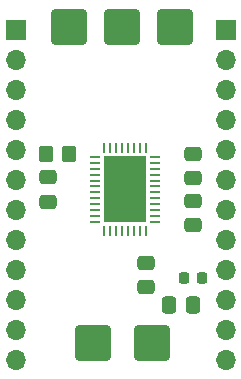
<source format=gbr>
%TF.GenerationSoftware,KiCad,Pcbnew,8.0.7*%
%TF.CreationDate,2025-02-16T22:30:25-06:00*%
%TF.ProjectId,MotorDriver,4d6f746f-7244-4726-9976-65722e6b6963,rev?*%
%TF.SameCoordinates,Original*%
%TF.FileFunction,Soldermask,Top*%
%TF.FilePolarity,Negative*%
%FSLAX46Y46*%
G04 Gerber Fmt 4.6, Leading zero omitted, Abs format (unit mm)*
G04 Created by KiCad (PCBNEW 8.0.7) date 2025-02-16 22:30:25*
%MOMM*%
%LPD*%
G01*
G04 APERTURE LIST*
G04 Aperture macros list*
%AMRoundRect*
0 Rectangle with rounded corners*
0 $1 Rounding radius*
0 $2 $3 $4 $5 $6 $7 $8 $9 X,Y pos of 4 corners*
0 Add a 4 corners polygon primitive as box body*
4,1,4,$2,$3,$4,$5,$6,$7,$8,$9,$2,$3,0*
0 Add four circle primitives for the rounded corners*
1,1,$1+$1,$2,$3*
1,1,$1+$1,$4,$5*
1,1,$1+$1,$6,$7*
1,1,$1+$1,$8,$9*
0 Add four rect primitives between the rounded corners*
20,1,$1+$1,$2,$3,$4,$5,0*
20,1,$1+$1,$4,$5,$6,$7,0*
20,1,$1+$1,$6,$7,$8,$9,0*
20,1,$1+$1,$8,$9,$2,$3,0*%
G04 Aperture macros list end*
%ADD10R,0.906066X0.242473*%
%ADD11R,0.242473X0.906066*%
%ADD12R,0.242472X0.906064*%
%ADD13R,3.600000X5.600000*%
%ADD14RoundRect,0.250000X-0.475000X0.337500X-0.475000X-0.337500X0.475000X-0.337500X0.475000X0.337500X0*%
%ADD15RoundRect,0.300000X1.200000X1.200000X-1.200000X1.200000X-1.200000X-1.200000X1.200000X-1.200000X0*%
%ADD16RoundRect,0.250000X-0.350000X-0.450000X0.350000X-0.450000X0.350000X0.450000X-0.350000X0.450000X0*%
%ADD17RoundRect,0.250000X0.475000X-0.337500X0.475000X0.337500X-0.475000X0.337500X-0.475000X-0.337500X0*%
%ADD18RoundRect,0.250000X-0.337500X-0.475000X0.337500X-0.475000X0.337500X0.475000X-0.337500X0.475000X0*%
%ADD19RoundRect,0.218750X-0.218750X-0.256250X0.218750X-0.256250X0.218750X0.256250X-0.218750X0.256250X0*%
%ADD20RoundRect,0.300000X-1.200000X-1.200000X1.200000X-1.200000X1.200000X1.200000X-1.200000X1.200000X0*%
%ADD21R,1.700000X1.700000*%
%ADD22O,1.700000X1.700000*%
G04 APERTURE END LIST*
D10*
%TO.C,U1*%
X136753034Y-91250000D03*
X136753034Y-90750001D03*
X136753034Y-90249999D03*
X136753034Y-89750000D03*
X136753034Y-89250001D03*
X136753034Y-88750000D03*
X136753034Y-88250000D03*
X136753034Y-87749999D03*
X136753034Y-87250000D03*
X136753034Y-86750001D03*
X136753034Y-86249999D03*
X136753034Y-85750000D03*
D11*
X136000000Y-84996967D03*
X135500001Y-84996967D03*
X135000002Y-84996967D03*
X134500001Y-84996967D03*
X134000001Y-84996967D03*
X133500000Y-84996967D03*
X133000001Y-84996967D03*
X132500002Y-84996967D03*
D10*
X131746968Y-85750000D03*
X131746968Y-86249999D03*
X131746968Y-86750001D03*
X131746968Y-87250000D03*
X131746968Y-87749999D03*
X131746968Y-88250000D03*
X131746968Y-88750000D03*
X131746968Y-89250001D03*
X131746968Y-89750000D03*
X131746968Y-90249999D03*
X131746968Y-90750001D03*
X131746968Y-91250000D03*
D11*
X132500002Y-92003033D03*
X133000001Y-92003033D03*
X133500000Y-92003033D03*
X134000001Y-92003033D03*
X134500001Y-92003033D03*
X135000002Y-92003033D03*
X135500001Y-92003033D03*
D12*
X136000000Y-92003032D03*
D13*
X134250001Y-88500000D03*
%TD*%
D14*
%TO.C,C3*%
X136000000Y-94712500D03*
X136000000Y-96787500D03*
%TD*%
D15*
%TO.C,J3*%
X138500000Y-74750000D03*
X134000000Y-74750000D03*
X129500000Y-74750000D03*
%TD*%
D16*
%TO.C,R1*%
X127517707Y-85481338D03*
X129517707Y-85481338D03*
%TD*%
D17*
%TO.C,C5*%
X140000000Y-91537500D03*
X140000000Y-89462500D03*
%TD*%
D14*
%TO.C,C6*%
X127750000Y-87462500D03*
X127750000Y-89537500D03*
%TD*%
D18*
%TO.C,C7*%
X137962500Y-98250000D03*
X140037500Y-98250000D03*
%TD*%
D19*
%TO.C,L1*%
X139212500Y-96000000D03*
X140787500Y-96000000D03*
%TD*%
D20*
%TO.C,J1*%
X131500000Y-101500000D03*
X136500000Y-101500000D03*
%TD*%
D14*
%TO.C,C4*%
X140000000Y-85462500D03*
X140000000Y-87537500D03*
%TD*%
D21*
%TO.C,J2*%
X125000000Y-75000000D03*
D22*
X125000000Y-77540000D03*
X125000000Y-80080000D03*
X125000000Y-82620000D03*
X125000000Y-85160000D03*
X125000000Y-87700000D03*
X125000000Y-90240000D03*
X125000000Y-92780000D03*
X125000000Y-95320000D03*
X125000000Y-97860000D03*
X125000000Y-100400000D03*
X125000000Y-102940000D03*
%TD*%
D21*
%TO.C,J4*%
X142780000Y-75000000D03*
D22*
X142780000Y-77540000D03*
X142780000Y-80080000D03*
X142780000Y-82620000D03*
X142780000Y-85160000D03*
X142780000Y-87700000D03*
X142780000Y-90240000D03*
X142780000Y-92780000D03*
X142780000Y-95320000D03*
X142780000Y-97860000D03*
X142780000Y-100400000D03*
X142780000Y-102940000D03*
%TD*%
M02*

</source>
